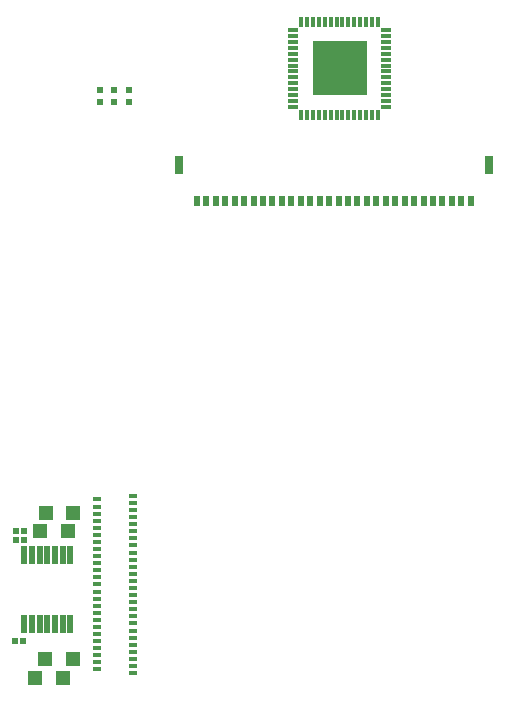
<source format=gbr>
%TF.GenerationSoftware,KiCad,Pcbnew,(5.1.6)-1*%
%TF.CreationDate,2022-01-15T22:49:59+01:00*%
%TF.ProjectId,XPS15,58505331-352e-46b6-9963-61645f706362,rev?*%
%TF.SameCoordinates,Original*%
%TF.FileFunction,Soldermask,Top*%
%TF.FilePolarity,Negative*%
%FSLAX46Y46*%
G04 Gerber Fmt 4.6, Leading zero omitted, Abs format (unit mm)*
G04 Created by KiCad (PCBNEW (5.1.6)-1) date 2022-01-15 22:49:59*
%MOMM*%
%LPD*%
G01*
G04 APERTURE LIST*
%ADD10R,1.250000X1.250000*%
%ADD11R,0.550000X1.575000*%
%ADD12R,0.560000X0.520000*%
%ADD13R,0.750000X0.340000*%
%ADD14R,4.550000X4.550000*%
%ADD15R,0.400000X0.950000*%
%ADD16R,0.950000X0.400000*%
%ADD17R,0.600000X0.575000*%
%ADD18R,0.800000X1.500000*%
%ADD19R,0.500000X0.900000*%
G04 APERTURE END LIST*
D10*
%TO.C,R7*%
X137040620Y-117030500D03*
X139390620Y-117030500D03*
%TD*%
%TO.C,R6*%
X136555480Y-118587520D03*
X138905480Y-118587520D03*
%TD*%
%TO.C,R2*%
X136130800Y-131000500D03*
X138480800Y-131000500D03*
%TD*%
%TO.C,R1*%
X137005060Y-129377440D03*
X139355060Y-129377440D03*
%TD*%
D11*
%TO.C,IC2*%
X135245860Y-120603520D03*
X135895860Y-120603520D03*
X136545860Y-120603520D03*
X137195860Y-120603520D03*
X137845860Y-120603520D03*
X138495860Y-120603520D03*
X139145860Y-120603520D03*
X139145860Y-126479520D03*
X138495860Y-126479520D03*
X137845860Y-126479520D03*
X137195860Y-126479520D03*
X136545860Y-126479520D03*
X135895860Y-126479520D03*
X135245860Y-126479520D03*
%TD*%
D12*
%TO.C,C3*%
X135175860Y-118593520D03*
X134515860Y-118593520D03*
%TD*%
%TO.C,C2*%
X134515860Y-119303520D03*
X135175860Y-119303520D03*
%TD*%
%TO.C,C1*%
X135145860Y-127873520D03*
X134485860Y-127873520D03*
%TD*%
D13*
%TO.C,J1*%
X144425000Y-115590000D03*
X141375000Y-115890000D03*
X144425000Y-116190000D03*
X141375000Y-116490000D03*
X144425000Y-116790000D03*
X141375000Y-117090000D03*
X144425000Y-117390000D03*
X141375000Y-117690000D03*
X144425000Y-117990000D03*
X141375000Y-118290000D03*
X144425000Y-118590000D03*
X141375000Y-118890000D03*
X144425000Y-119190000D03*
X141375000Y-119490000D03*
X144425000Y-119790000D03*
X141375000Y-120090000D03*
X144425000Y-120390000D03*
X141375000Y-120690000D03*
X144425000Y-120990000D03*
X141375000Y-121290000D03*
X144425000Y-121590000D03*
X141375000Y-121890000D03*
X144425000Y-122190000D03*
X141375000Y-122490000D03*
X144425000Y-122790000D03*
X141375000Y-123090000D03*
X144425000Y-123390000D03*
X141375000Y-123690000D03*
X144425000Y-123990000D03*
X141375000Y-124290000D03*
X144425000Y-124590000D03*
X141375000Y-124890000D03*
X144425000Y-125190000D03*
X141375000Y-125490000D03*
X144425000Y-125790000D03*
X141375000Y-126090000D03*
X144425000Y-126390000D03*
X141375000Y-126690000D03*
X144425000Y-126990000D03*
X141375000Y-127290000D03*
X144425000Y-127590000D03*
X141375000Y-127890000D03*
X144425000Y-128190000D03*
X141375000Y-128490000D03*
X144425000Y-128790000D03*
X141375000Y-129090000D03*
X144425000Y-129390000D03*
X141375000Y-129690000D03*
X144425000Y-129990000D03*
X141375000Y-130290000D03*
X144425000Y-130590000D03*
%TD*%
D14*
%TO.C,IC1*%
X161930080Y-79405480D03*
D15*
X165180080Y-83355480D03*
X164680080Y-83355480D03*
X164180080Y-83355480D03*
X163680080Y-83355480D03*
X163180080Y-83355480D03*
X162680080Y-83355480D03*
X162180080Y-83355480D03*
X161680080Y-83355480D03*
X161180080Y-83355480D03*
X160680080Y-83355480D03*
X160180080Y-83355480D03*
X159680080Y-83355480D03*
X159180080Y-83355480D03*
X158680080Y-83355480D03*
D16*
X157980080Y-82655480D03*
X157980080Y-82155480D03*
X157980080Y-81655480D03*
X157980080Y-81155480D03*
X157980080Y-80655480D03*
X157980080Y-80155480D03*
X157980080Y-79655480D03*
X157980080Y-79155480D03*
X157980080Y-78655480D03*
X157980080Y-78155480D03*
X157980080Y-77655480D03*
X157980080Y-77155480D03*
X157980080Y-76655480D03*
X157980080Y-76155480D03*
D15*
X158680080Y-75455480D03*
X159180080Y-75455480D03*
X159680080Y-75455480D03*
X160180080Y-75455480D03*
X160680080Y-75455480D03*
X161180080Y-75455480D03*
X161680080Y-75455480D03*
X162180080Y-75455480D03*
X162680080Y-75455480D03*
X163180080Y-75455480D03*
X163680080Y-75455480D03*
X164180080Y-75455480D03*
X164680080Y-75455480D03*
X165180080Y-75455480D03*
D16*
X165880080Y-76155480D03*
X165880080Y-76655480D03*
X165880080Y-77155480D03*
X165880080Y-77655480D03*
X165880080Y-78155480D03*
X165880080Y-78655480D03*
X165880080Y-79155480D03*
X165880080Y-79655480D03*
X165880080Y-80155480D03*
X165880080Y-80655480D03*
X165880080Y-81155480D03*
X165880080Y-81655480D03*
X165880080Y-82155480D03*
X165880080Y-82655480D03*
%TD*%
D17*
%TO.C,R5*%
X141655800Y-81199880D03*
X141655800Y-82224880D03*
%TD*%
%TO.C,R4*%
X144125240Y-81199400D03*
X144125240Y-82224400D03*
%TD*%
%TO.C,R3*%
X142808960Y-81199300D03*
X142808960Y-82224300D03*
%TD*%
D18*
%TO.C,U2*%
X174600000Y-87540000D03*
X148300000Y-87540000D03*
D19*
X153850000Y-90640000D03*
X155450000Y-90640000D03*
X153050000Y-90640000D03*
X157050000Y-90640000D03*
X154650000Y-90640000D03*
X156250000Y-90640000D03*
X152250000Y-90640000D03*
X151450000Y-90640000D03*
X150650000Y-90640000D03*
X149850000Y-90640000D03*
X161850000Y-90640000D03*
X163450000Y-90640000D03*
X161050000Y-90640000D03*
X165050000Y-90640000D03*
X162650000Y-90640000D03*
X164250000Y-90640000D03*
X160250000Y-90640000D03*
X159450000Y-90640000D03*
X158650000Y-90640000D03*
X157850000Y-90640000D03*
X165850000Y-90640000D03*
X166650000Y-90640000D03*
X167450000Y-90640000D03*
X168250000Y-90640000D03*
X169050000Y-90640000D03*
X169850000Y-90640000D03*
X170650000Y-90640000D03*
X171450000Y-90640000D03*
X172250000Y-90640000D03*
X173050000Y-90640000D03*
%TD*%
M02*

</source>
